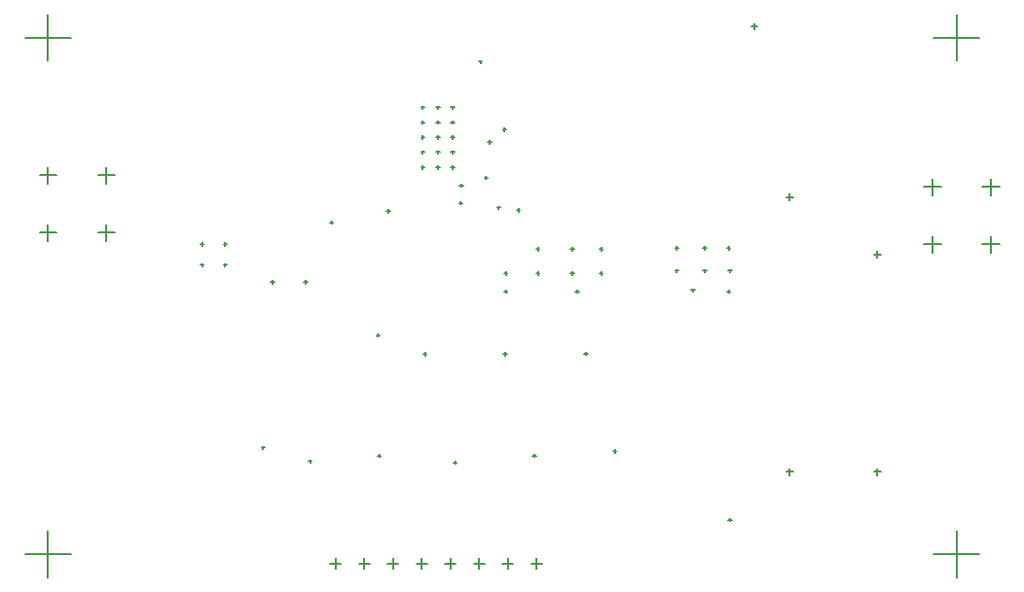
<source format=gbr>
%TF.GenerationSoftware,Altium Limited,Altium Designer,21.3.2 (30)*%
G04 Layer_Color=128*
%FSLAX45Y45*%
%MOMM*%
%TF.SameCoordinates,D9DFDB92-F573-4E1A-9105-0BCF1000EC4C*%
%TF.FilePolarity,Positive*%
%TF.FileFunction,Drillmap*%
%TF.Part,Single*%
G01*
G75*
%TA.AperFunction,NonConductor*%
%ADD72C,0.12700*%
D72*
X8219500Y3300000D02*
X8364500D01*
X8292000Y3227500D02*
Y3372500D01*
X8727500Y3300000D02*
X8872500D01*
X8800000Y3227500D02*
Y3372500D01*
X8219500Y3800000D02*
X8364500D01*
X8292000Y3727500D02*
Y3872500D01*
X8727500Y3800000D02*
X8872500D01*
X8800000Y3727500D02*
Y3872500D01*
X7020000Y1320000D02*
X7080000D01*
X7050000Y1290000D02*
Y1350000D01*
X7020000Y3709999D02*
X7080000D01*
X7050000Y3679999D02*
Y3739999D01*
X7782000Y3210000D02*
X7842000D01*
X7812000Y3180000D02*
Y3240000D01*
X7782000Y1320000D02*
X7842000D01*
X7812000Y1290000D02*
Y1350000D01*
X3052500Y520000D02*
X3147500D01*
X3100000Y472500D02*
Y567500D01*
X3302500Y520000D02*
X3397500D01*
X3350000Y472500D02*
Y567500D01*
X3552500Y520000D02*
X3647500D01*
X3600000Y472500D02*
Y567500D01*
X3802500Y520000D02*
X3897500D01*
X3850000Y472500D02*
Y567500D01*
X4052500Y520000D02*
X4147500D01*
X4100000Y472500D02*
Y567500D01*
X4302500Y520000D02*
X4397500D01*
X4350000Y472500D02*
Y567500D01*
X4552500Y520000D02*
X4647500D01*
X4600000Y472500D02*
Y567500D01*
X4802500Y520000D02*
X4897500D01*
X4850000Y472500D02*
Y567500D01*
X527500Y3400000D02*
X672500D01*
X600000Y3327500D02*
Y3472500D01*
X1035500Y3400000D02*
X1180500D01*
X1108000Y3327500D02*
Y3472500D01*
X527500Y3900000D02*
X672500D01*
X600000Y3827500D02*
Y3972500D01*
X1035500Y3900000D02*
X1180500D01*
X1108000Y3827500D02*
Y3972500D01*
X8300000Y600000D02*
X8700000D01*
X8500000Y400000D02*
Y800000D01*
X400000Y600000D02*
X800000D01*
X600000Y400000D02*
Y799999D01*
X8300000Y5100000D02*
X8700000D01*
X8500000Y4900000D02*
Y5300000D01*
X400000Y5100000D02*
X800000D01*
X600000Y4900000D02*
Y5300000D01*
X4505000Y3620000D02*
X4535000D01*
X4520000Y3605000D02*
Y3635000D01*
X2825000Y2970000D02*
X2855000D01*
X2840000Y2955000D02*
Y2985000D01*
X1925000Y3300000D02*
X1955000D01*
X1940000Y3285000D02*
Y3315000D01*
X1925000Y3120000D02*
X1955000D01*
X1940000Y3105000D02*
Y3135000D01*
X2125000Y3120000D02*
X2155000D01*
X2140000Y3105000D02*
Y3135000D01*
X2125000Y3300000D02*
X2155000D01*
X2140000Y3285000D02*
Y3315000D01*
X2455000Y1530000D02*
X2485000D01*
X2470000Y1515000D02*
Y1545000D01*
X4177812Y3813613D02*
X4207812D01*
X4192812Y3798613D02*
Y3828613D01*
X2535000Y2970000D02*
X2565000D01*
X2550000Y2955000D02*
Y2985000D01*
X3455000Y2510000D02*
X3485000D01*
X3470000Y2495000D02*
Y2525000D01*
X3465000Y1460000D02*
X3495000D01*
X3480000Y1445000D02*
Y1475000D01*
X2865000Y1410000D02*
X2895000D01*
X2880000Y1395000D02*
Y1425000D01*
X6515000Y900000D02*
X6545000D01*
X6530000Y885000D02*
Y915000D01*
X5515000Y1500000D02*
X5545000D01*
X5530000Y1485000D02*
Y1515000D01*
X4815000Y1460000D02*
X4845000D01*
X4830000Y1445000D02*
Y1475000D01*
X4125000Y1400000D02*
X4155000D01*
X4140000Y1385000D02*
Y1415000D01*
X6715000Y5200000D02*
X6765000D01*
X6740000Y5175000D02*
Y5225000D01*
X4425000Y4190000D02*
X4455000D01*
X4440000Y4175000D02*
Y4205000D01*
X4175000Y3660000D02*
X4205000D01*
X4190000Y3645000D02*
Y3675000D01*
X4395000Y3880000D02*
X4425000D01*
X4410000Y3865000D02*
Y3895000D01*
X4345000Y4890000D02*
X4375000D01*
X4360000Y4875000D02*
Y4905000D01*
X4555000Y4300000D02*
X4585000D01*
X4570000Y4285000D02*
Y4315000D01*
X3050710Y3490620D02*
X3080710D01*
X3065710Y3475620D02*
Y3505620D01*
X4105001Y4232500D02*
X4135001D01*
X4120001Y4217500D02*
Y4247500D01*
X4105001Y4492500D02*
X4135001D01*
X4120001Y4477500D02*
Y4507500D01*
X4105001Y4362500D02*
X4135001D01*
X4120001Y4347500D02*
Y4377500D01*
X3975001Y4492500D02*
X4005001D01*
X3990001Y4477500D02*
Y4507500D01*
X3975001Y4362500D02*
X4005001D01*
X3990001Y4347500D02*
Y4377500D01*
X3975001Y4232500D02*
X4005001D01*
X3990001Y4217500D02*
Y4247500D01*
X4105001Y3972500D02*
X4135001D01*
X4120001Y3957500D02*
Y3987500D01*
X3845001Y4102500D02*
X3875001D01*
X3860001Y4087500D02*
Y4117500D01*
X4105001Y4102500D02*
X4135001D01*
X4120001Y4087500D02*
Y4117500D01*
X3975001Y3972500D02*
X4005001D01*
X3990001Y3957500D02*
Y3987500D01*
X3975001Y4102500D02*
X4005001D01*
X3990001Y4087500D02*
Y4117500D01*
X3845001Y4362500D02*
X3875001D01*
X3860001Y4347500D02*
Y4377500D01*
X3845001Y4232500D02*
X3875001D01*
X3860001Y4217500D02*
Y4247500D01*
X3845001Y4492500D02*
X3875001D01*
X3860001Y4477500D02*
Y4507500D01*
X3845001Y3972500D02*
X3875001D01*
X3860001Y3957500D02*
Y3987500D01*
X4565000Y3050000D02*
X4595000D01*
X4580000Y3035000D02*
Y3065000D01*
X4845000Y3050000D02*
X4875000D01*
X4860000Y3035000D02*
Y3065000D01*
X4845000Y3260000D02*
X4875000D01*
X4860000Y3245000D02*
Y3275000D01*
X5145000Y3050000D02*
X5175000D01*
X5160000Y3035000D02*
Y3065000D01*
X5185000Y2890000D02*
X5215000D01*
X5200000Y2875000D02*
Y2905000D01*
X4565000Y2890000D02*
X4595000D01*
X4580000Y2875000D02*
Y2905000D01*
X5262402Y2348270D02*
X5292402D01*
X5277402Y2333270D02*
Y2363270D01*
X3863000Y2345000D02*
X3893000D01*
X3878000Y2330000D02*
Y2360000D01*
X4562000Y2345000D02*
X4591999D01*
X4576999Y2330000D02*
Y2360000D01*
X3543902Y3587500D02*
X3573902D01*
X3558902Y3572500D02*
Y3602500D01*
X6505000Y2890000D02*
X6535000D01*
X6520000Y2875000D02*
Y2905000D01*
X6195000Y2900000D02*
X6225000D01*
X6210000Y2885000D02*
Y2915000D01*
X6505000Y3270000D02*
X6535000D01*
X6520000Y3255000D02*
Y3285000D01*
X6295000Y3070000D02*
X6325000D01*
X6310000Y3055000D02*
Y3085000D01*
X6515000Y3070000D02*
X6545000D01*
X6530000Y3055000D02*
Y3085000D01*
X6295000Y3270000D02*
X6325000D01*
X6310000Y3255000D02*
Y3285000D01*
X4675000Y3600000D02*
X4705000D01*
X4690000Y3585000D02*
Y3615000D01*
X5395000Y3050000D02*
X5425000D01*
X5410000Y3035000D02*
Y3065000D01*
X5145000Y3260000D02*
X5175000D01*
X5160000Y3245000D02*
Y3275000D01*
X6055000Y3270000D02*
X6085000D01*
X6070000Y3255000D02*
Y3285000D01*
X6055000Y3070000D02*
X6085000D01*
X6070000Y3055000D02*
Y3085000D01*
X5395000Y3260000D02*
X5425000D01*
X5410000Y3245000D02*
Y3275000D01*
%TF.MD5,46cae76834e1ccb1dd976c2dd72cd998*%
M02*

</source>
